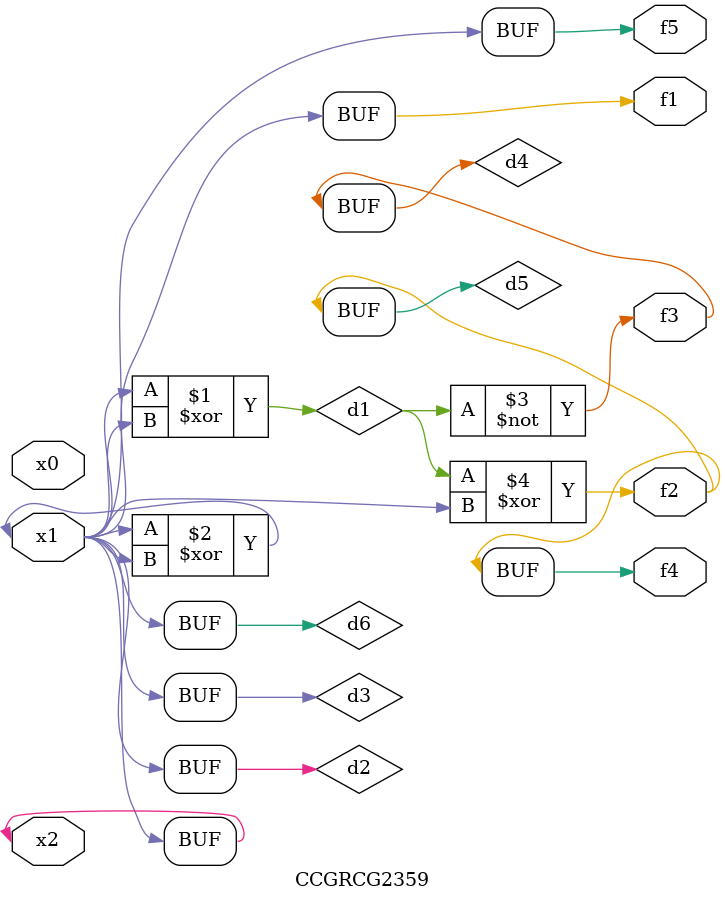
<source format=v>
module CCGRCG2359(
	input x0, x1, x2,
	output f1, f2, f3, f4, f5
);

	wire d1, d2, d3, d4, d5, d6;

	xor (d1, x1, x2);
	buf (d2, x1, x2);
	xor (d3, x1, x2);
	nor (d4, d1);
	xor (d5, d1, d2);
	buf (d6, d2, d3);
	assign f1 = d6;
	assign f2 = d5;
	assign f3 = d4;
	assign f4 = d5;
	assign f5 = d6;
endmodule

</source>
